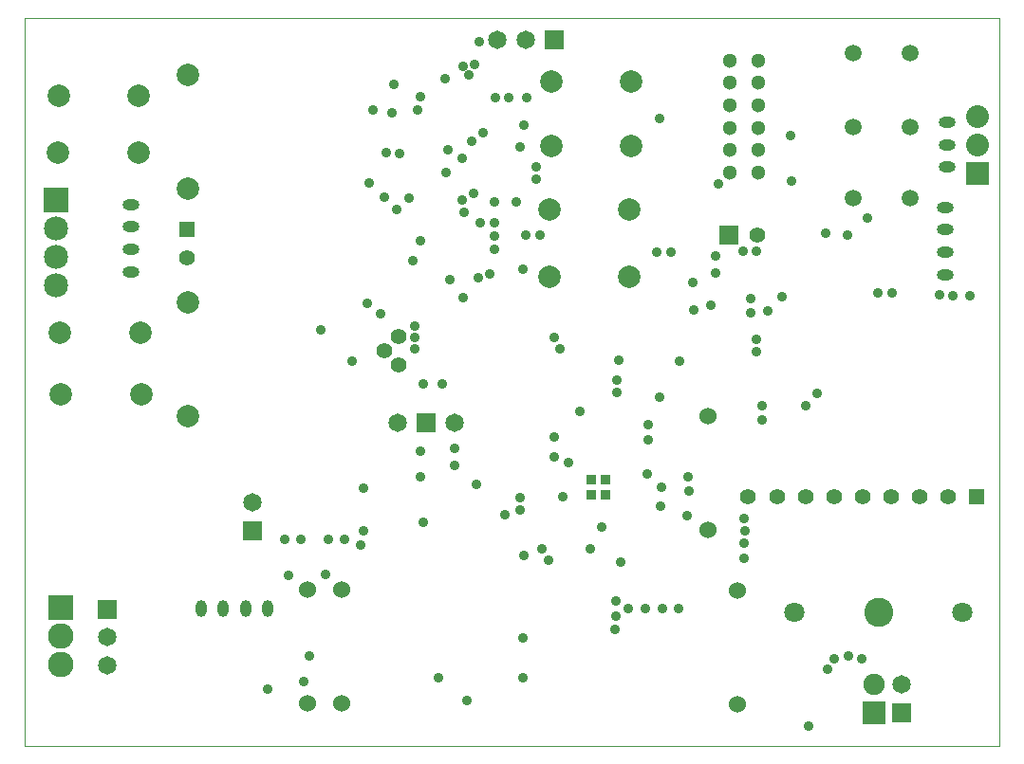
<source format=gbs>
G04 (created by PCBNEW (2013-05-31 BZR 4019)-stable) date 6/10/2014 4:10:54 PM*
%MOIN*%
G04 Gerber Fmt 3.4, Leading zero omitted, Abs format*
%FSLAX34Y34*%
G01*
G70*
G90*
G04 APERTURE LIST*
%ADD10C,0.00590551*%
%ADD11C,0.0001*%
%ADD12R,0.055X0.055*%
%ADD13C,0.055*%
%ADD14R,0.085X0.085*%
%ADD15C,0.09*%
%ADD16R,0.065X0.065*%
%ADD17R,0.08X0.08*%
%ADD18C,0.08*%
%ADD19C,0.065*%
%ADD20C,0.06*%
%ADD21C,0.0708661*%
%ADD22C,0.102362*%
%ADD23R,0.0334646X0.0334646*%
%ADD24C,0.0591*%
%ADD25O,0.0590551X0.0393701*%
%ADD26O,0.0393701X0.0590551*%
%ADD27C,0.0787*%
%ADD28C,0.0511811*%
%ADD29C,0.085*%
%ADD30C,0.075*%
%ADD31C,0.0551181*%
%ADD32C,0.035*%
G04 APERTURE END LIST*
G54D10*
G54D11*
X82000Y-47850D02*
X82000Y-22250D01*
X116250Y-47850D02*
X116250Y-47500D01*
X82000Y-47850D02*
X116250Y-47850D01*
X116250Y-22250D02*
X116250Y-47500D01*
X83250Y-22250D02*
X116250Y-22250D01*
X82000Y-22250D02*
X83250Y-22250D01*
G54D12*
X115440Y-39080D03*
G54D13*
X114440Y-39080D03*
X113440Y-39080D03*
X112440Y-39080D03*
X111440Y-39080D03*
X110440Y-39080D03*
X109440Y-39080D03*
X108440Y-39080D03*
X107412Y-39080D03*
G54D14*
X83275Y-43000D03*
G54D15*
X83275Y-44000D03*
X83275Y-45000D03*
G54D16*
X106750Y-29900D03*
G54D13*
X107750Y-29900D03*
G54D12*
X87700Y-29700D03*
G54D13*
X87700Y-30700D03*
G54D17*
X115475Y-27720D03*
G54D18*
X115475Y-26720D03*
X115475Y-25720D03*
G54D16*
X100606Y-23031D03*
G54D19*
X99606Y-23031D03*
X98606Y-23031D03*
G54D16*
X84900Y-43048D03*
G54D19*
X84900Y-44032D03*
X84900Y-45017D03*
G54D20*
X107050Y-46400D03*
X107050Y-42400D03*
G54D21*
X114952Y-43150D03*
X109047Y-43150D03*
G54D22*
X112000Y-43150D03*
G54D23*
X102413Y-39011D03*
X101909Y-39011D03*
X102413Y-38507D03*
X101909Y-38507D03*
G54D24*
X113100Y-28600D03*
X111100Y-28600D03*
X113100Y-23500D03*
X111100Y-23500D03*
G54D25*
X85750Y-29606D03*
X85750Y-30393D03*
X85750Y-31181D03*
X85750Y-28818D03*
G54D19*
X112800Y-45700D03*
G54D16*
X112800Y-46700D03*
X90000Y-40300D03*
G54D19*
X90000Y-39300D03*
G54D26*
X88981Y-43025D03*
X89768Y-43025D03*
X90556Y-43025D03*
X88193Y-43025D03*
G54D19*
X95100Y-36500D03*
G54D16*
X96100Y-36500D03*
G54D19*
X97100Y-36500D03*
G54D20*
X93150Y-42350D03*
X93150Y-46350D03*
X106000Y-40250D03*
X106000Y-36250D03*
X91950Y-46350D03*
X91950Y-42350D03*
G54D25*
X114425Y-26713D03*
X114425Y-25926D03*
X114425Y-27501D03*
G54D27*
X87750Y-36250D03*
X87750Y-32250D03*
X87750Y-28250D03*
X87750Y-24250D03*
G54D28*
X106777Y-23751D03*
X106777Y-24538D03*
X106777Y-25326D03*
X106777Y-26113D03*
X106777Y-26901D03*
X106777Y-27688D03*
X107762Y-27688D03*
X107762Y-26901D03*
X107762Y-26113D03*
X107762Y-25326D03*
X107762Y-24538D03*
X107762Y-23751D03*
G54D27*
X100500Y-26750D03*
X103311Y-26750D03*
X100500Y-24500D03*
X103311Y-24500D03*
X103240Y-31360D03*
X100428Y-31360D03*
X103250Y-29000D03*
X100438Y-29000D03*
X86100Y-35500D03*
X83288Y-35500D03*
X83250Y-33325D03*
X86061Y-33325D03*
X83200Y-25000D03*
X86011Y-25000D03*
X86000Y-27000D03*
X83188Y-27000D03*
G54D24*
X113100Y-26075D03*
X111100Y-26075D03*
G54D14*
X83100Y-28650D03*
G54D29*
X83100Y-29650D03*
X83100Y-30650D03*
X83100Y-31650D03*
G54D30*
X111850Y-45700D03*
G54D17*
X111850Y-46700D03*
G54D25*
X114340Y-30493D03*
X114340Y-29706D03*
X114340Y-28918D03*
X114340Y-31281D03*
G54D31*
X95150Y-34460D03*
X94650Y-33960D03*
X95150Y-33460D03*
G54D32*
X96660Y-35120D03*
X96020Y-35120D03*
X95700Y-33900D03*
X110950Y-44700D03*
X110450Y-44800D03*
X111400Y-44800D03*
X110200Y-45150D03*
X107275Y-39850D03*
X107300Y-40300D03*
X107275Y-40725D03*
X107275Y-41250D03*
X100600Y-33500D03*
X100800Y-33900D03*
X97100Y-38000D03*
X97100Y-37400D03*
X95900Y-38400D03*
X95900Y-37500D03*
X100900Y-39080D03*
X107700Y-33550D03*
X107700Y-34000D03*
X97598Y-24271D03*
X97425Y-23950D03*
X97795Y-23877D03*
X97450Y-29100D03*
X97400Y-32100D03*
X96950Y-31450D03*
X107250Y-30450D03*
X107700Y-30450D03*
X106120Y-32360D03*
X106260Y-31240D03*
X106260Y-30640D03*
X94635Y-28565D03*
X94125Y-28060D03*
X99400Y-39560D03*
X99420Y-39120D03*
X102760Y-42760D03*
X102738Y-43761D03*
X102760Y-43280D03*
X103200Y-43020D03*
X103800Y-43020D03*
X104400Y-43020D03*
X104980Y-43020D03*
X92560Y-41820D03*
X91280Y-41860D03*
X93240Y-40580D03*
X92680Y-40580D03*
X91700Y-40580D03*
X91140Y-40580D03*
X95180Y-27020D03*
X94720Y-27000D03*
X115200Y-32020D03*
X114620Y-32020D03*
X112480Y-31920D03*
X111960Y-31920D03*
X108120Y-32560D03*
X108600Y-32060D03*
X107500Y-32120D03*
X107520Y-32620D03*
X95700Y-33500D03*
X95700Y-33100D03*
X96880Y-26900D03*
X104220Y-30500D03*
X104720Y-30500D03*
X114150Y-32000D03*
X96535Y-45452D03*
X97527Y-46267D03*
X99559Y-41157D03*
X102956Y-41397D03*
X104350Y-39425D03*
X104362Y-38748D03*
X97975Y-23100D03*
X99400Y-26800D03*
X103913Y-37094D03*
X103913Y-36547D03*
X105307Y-38381D03*
X97942Y-31397D03*
X98356Y-31269D03*
X101100Y-37900D03*
X100600Y-37700D03*
X99960Y-27480D03*
X99960Y-27920D03*
X102800Y-35440D03*
X97700Y-26600D03*
X99000Y-25050D03*
X98550Y-25050D03*
X98525Y-29450D03*
X98000Y-29450D03*
X98100Y-26300D03*
X105350Y-38875D03*
X102800Y-35000D03*
X104300Y-35600D03*
X99500Y-31100D03*
X99291Y-28740D03*
X98503Y-28740D03*
X109437Y-35901D03*
X107905Y-35897D03*
X111600Y-29300D03*
X110920Y-29880D03*
X99625Y-29875D03*
X98525Y-29925D03*
X100100Y-29900D03*
X98500Y-30400D03*
X105019Y-34318D03*
X102870Y-34299D03*
X94900Y-25600D03*
X95800Y-25500D03*
X94500Y-32650D03*
X95900Y-30100D03*
X94050Y-32300D03*
X95650Y-30800D03*
X97380Y-27180D03*
X97380Y-28660D03*
X96000Y-40000D03*
X93800Y-40800D03*
X100600Y-36980D03*
X101500Y-36100D03*
X90535Y-45854D03*
X103874Y-38303D03*
X105267Y-39763D03*
X109550Y-47150D03*
X94250Y-25500D03*
X95925Y-25025D03*
X104300Y-25800D03*
X106360Y-28080D03*
X110140Y-29840D03*
X107905Y-36385D03*
X109842Y-35468D03*
X94980Y-24600D03*
X92420Y-33240D03*
X93500Y-34320D03*
X96760Y-24400D03*
X97760Y-28420D03*
X99655Y-25049D03*
X99537Y-26023D03*
X108920Y-26380D03*
X108940Y-27980D03*
X100420Y-41320D03*
X101875Y-40910D03*
X102283Y-40167D03*
X100187Y-40935D03*
X99517Y-44055D03*
X99517Y-45462D03*
X97881Y-38661D03*
X98881Y-39740D03*
X91800Y-45600D03*
X93900Y-38800D03*
X93900Y-40300D03*
X92000Y-44700D03*
X95085Y-29005D03*
X95500Y-28600D03*
X96800Y-27700D03*
X105500Y-32520D03*
X105480Y-31560D03*
M02*

</source>
